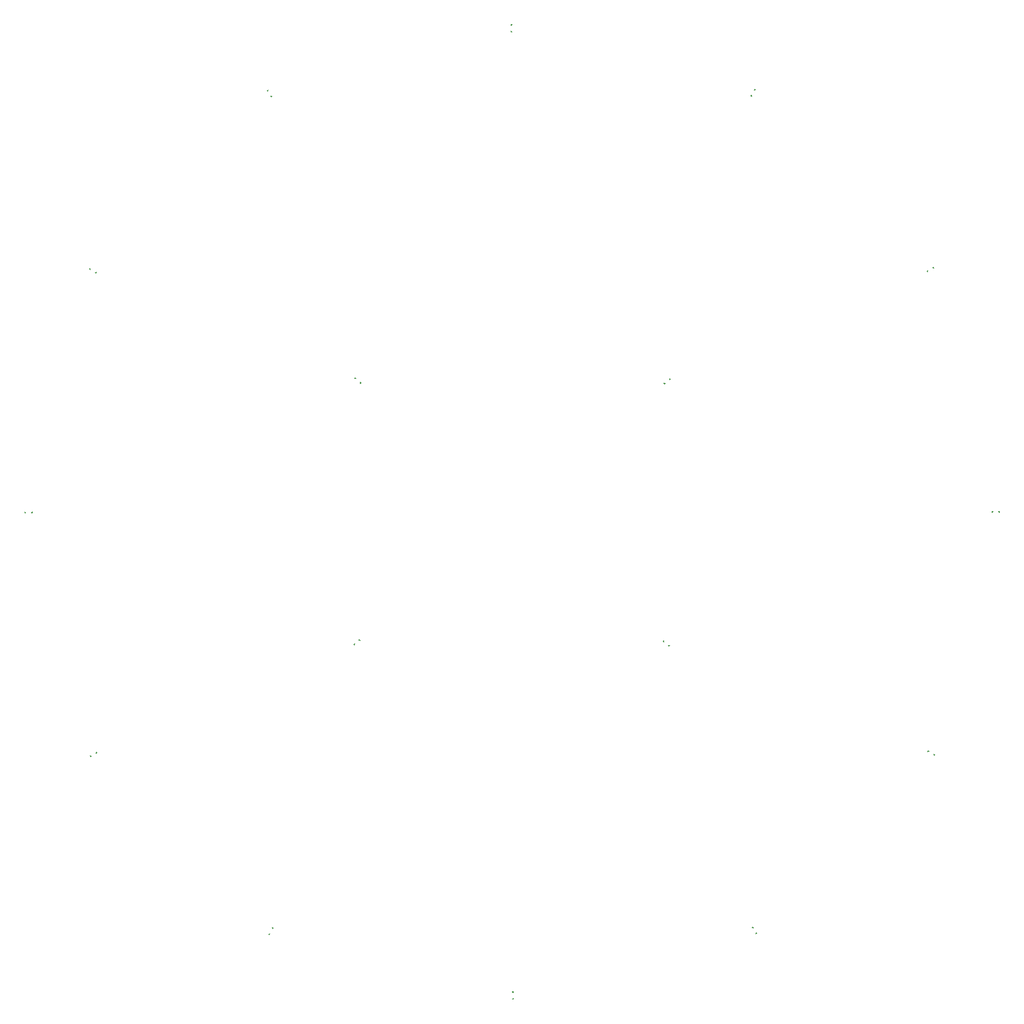
<source format=gbr>
%TF.GenerationSoftware,Altium Limited,Altium Designer,20.2.3 (150)*%
G04 Layer_Color=128*
%FSLAX45Y45*%
%MOMM*%
%TF.SameCoordinates,D065702F-5D7C-4ECE-B493-19553C93D9E3*%
%TF.FilePolarity,Positive*%
%TF.FileFunction,Paste,Bot*%
%TF.Part,Single*%
G01*
G75*
%TA.AperFunction,SMDPad,CuDef*%
%ADD38C,0.20000*%
G36*
X11004336Y20570499D02*
X10981334Y20547498D01*
X10971333Y20547499D01*
X10971334Y20580498D01*
X11004335Y20580498D01*
X11004336Y20570499D01*
D02*
G37*
G36*
X11004265Y20429472D02*
Y20419470D01*
X10971264Y20419475D01*
X10971266Y20452473D01*
X10981265D01*
X11004265Y20429472D01*
D02*
G37*
G36*
X15793898Y19294855D02*
X15788911Y19286186D01*
X15757504Y19277721D01*
X15748837Y19282707D01*
X15765294Y19311311D01*
X15793898Y19294855D01*
D02*
G37*
G36*
X6218602Y19290508D02*
X6210136Y19259105D01*
X6201467Y19254117D01*
X6185011Y19282722D01*
X6213615Y19299176D01*
X6218602Y19290508D01*
D02*
G37*
G36*
X15710062Y19195387D02*
X15718529Y19163982D01*
X15713542Y19155313D01*
X15684938Y19171771D01*
X15701395Y19200374D01*
X15710062Y19195387D01*
D02*
G37*
G36*
X6288867Y19168236D02*
X6293853Y19159567D01*
X6265249Y19143111D01*
X6248794Y19171716D01*
X6257461Y19176704D01*
X6288867Y19168236D01*
D02*
G37*
G36*
X19299065Y15786606D02*
X19290410Y15781593D01*
X19258981Y15789961D01*
X19253967Y15798616D01*
X19282520Y15815160D01*
X19299065Y15786606D01*
D02*
G37*
G36*
X2713934Y15789091D02*
X2722304Y15757658D01*
X2717290Y15749005D01*
X2688739Y15765552D01*
X2705280Y15794104D01*
X2713934Y15789091D01*
D02*
G37*
G36*
X19176727Y15742383D02*
X19168356Y15710953D01*
X19159703Y15705937D01*
X19143161Y15734492D01*
X19171713Y15751035D01*
X19176727Y15742383D01*
D02*
G37*
G36*
X2844576Y15713319D02*
X2828028Y15684766D01*
X2799478Y15701312D01*
X2804490Y15709962D01*
X2835923Y15718333D01*
X2844576Y15713319D01*
D02*
G37*
G36*
X7943925Y13623717D02*
X7937495Y13616055D01*
X7905093Y13613222D01*
X7897434Y13619649D01*
X7918645Y13644926D01*
X7943925Y13623717D01*
D02*
G37*
G36*
X14118594Y13608540D02*
X14093346Y13587292D01*
X14086908Y13594943D01*
X14089696Y13627351D01*
X14097346Y13633791D01*
X14118594Y13608540D01*
D02*
G37*
G36*
X8041955Y13541373D02*
X8020742Y13516093D01*
X8013082Y13522523D01*
X8010247Y13554926D01*
X8016676Y13562585D01*
X8041955Y13541373D01*
D02*
G37*
G36*
X14014162Y13533807D02*
X14020599Y13526157D01*
X13995354Y13504907D01*
X13974104Y13530157D01*
X13981755Y13536597D01*
X14014162Y13533807D01*
D02*
G37*
G36*
X20455563Y11015033D02*
X20455551Y11005032D01*
X20432516Y10982066D01*
X20422516Y10982081D01*
X20422565Y11015081D01*
X20455563Y11015033D01*
D02*
G37*
G36*
X20583588Y11014782D02*
X20583539Y10981782D01*
X20573540Y10981797D01*
X20550574Y11004830D01*
X20550589Y11014830D01*
X20583588Y11014782D01*
D02*
G37*
G36*
X1452507Y10981320D02*
X1452511Y10971320D01*
X1419511Y10971312D01*
X1419504Y11004311D01*
X1429502Y11004314D01*
X1452507Y10981320D01*
D02*
G37*
G36*
X1580535Y10971288D02*
X1547535Y10971280D01*
X1547533Y10981280D01*
X1570526Y11004285D01*
X1580527Y11004288D01*
X1580535Y10971288D01*
D02*
G37*
G36*
X8025926Y8477268D02*
X8018265Y8470842D01*
X7985861Y8473673D01*
X7979433Y8481337D01*
X8004712Y8502548D01*
X8025926Y8477268D01*
D02*
G37*
G36*
X13986919Y8477478D02*
X13989754Y8445074D01*
X13983327Y8437414D01*
X13958047Y8458628D01*
X13979257Y8483906D01*
X13986919Y8477478D01*
D02*
G37*
G36*
X7913028Y8412645D02*
X7910193Y8380242D01*
X7902532Y8373815D01*
X7881319Y8399093D01*
X7906599Y8420305D01*
X7913028Y8412645D01*
D02*
G37*
G36*
X14102570Y8380354D02*
X14081355Y8355072D01*
X14056076Y8376285D01*
X14062506Y8383946D01*
X14094910Y8386779D01*
X14102570Y8380354D01*
D02*
G37*
G36*
X19200523Y6298687D02*
X19195509Y6290036D01*
X19164078Y6281666D01*
X19155424Y6286679D01*
X19171970Y6315232D01*
X19200523Y6298687D01*
D02*
G37*
G36*
X2856840Y6265510D02*
X2828285Y6248965D01*
X2823272Y6257618D01*
X2831645Y6289050D01*
X2840295Y6294062D01*
X2856840Y6265510D01*
D02*
G37*
G36*
X19311264Y6234449D02*
X19294720Y6205895D01*
X19286067Y6210909D01*
X19277698Y6242340D01*
X19282710Y6250993D01*
X19311264Y6234449D01*
D02*
G37*
G36*
X2741020Y6210038D02*
X2746034Y6201385D01*
X2717480Y6184841D01*
X2700936Y6213394D01*
X2709591Y6218408D01*
X2741020Y6210038D01*
D02*
G37*
G36*
X15751205Y2828283D02*
X15742538Y2823296D01*
X15711131Y2831764D01*
X15706146Y2840431D01*
X15734750Y2856888D01*
X15751205Y2828283D01*
D02*
G37*
G36*
X6315064Y2828231D02*
X6298606Y2799625D01*
X6289938Y2804612D01*
X6281472Y2836018D01*
X6286459Y2844686D01*
X6315064Y2828231D01*
D02*
G37*
G36*
X15814989Y2717278D02*
X15786385Y2700824D01*
X15781398Y2709493D01*
X15789867Y2740897D01*
X15798534Y2745883D01*
X15814989Y2717278D01*
D02*
G37*
G36*
X6251162Y2717294D02*
X6234707Y2688689D01*
X6206103Y2705146D01*
X6211088Y2713814D01*
X6242494Y2722279D01*
X6251162Y2717294D01*
D02*
G37*
G36*
X11028736Y1580527D02*
X11028734Y1547526D01*
X11018734Y1547528D01*
X10995735Y1570528D01*
X10995734Y1580528D01*
X11028736Y1580527D01*
D02*
G37*
G36*
X11028667Y1452502D02*
X11028666Y1419501D01*
X10995665Y1419505D01*
X10995666Y1429504D01*
X11018667Y1452503D01*
X11028667Y1452502D01*
D02*
G37*
D38*
X1567602Y10983504D02*
D03*
X1431585Y10984382D02*
D03*
X14079301Y8372744D02*
D03*
X13975700Y8460877D02*
D03*
X14100835Y13609564D02*
D03*
X13996178Y13522685D02*
D03*
X7920700Y13627257D02*
D03*
X8024302Y13539125D02*
D03*
X7899080Y8398048D02*
D03*
X8003860Y8484773D02*
D03*
X20435480Y11002848D02*
D03*
X20571490Y11001731D02*
D03*
X2822961Y15701823D02*
D03*
X2705740Y15770804D02*
D03*
X2839527Y6269594D02*
D03*
X2721376Y6202202D02*
D03*
X6298027Y2823113D02*
D03*
X6229401Y2705679D02*
D03*
X11016518Y1567597D02*
D03*
X11015594Y1431580D02*
D03*
X15730611Y2839588D02*
D03*
X15797636Y2721229D02*
D03*
X19177036Y6298179D02*
D03*
X19294263Y6229198D02*
D03*
X19160475Y15730403D02*
D03*
X19278619Y15797794D02*
D03*
X15701974Y19176888D02*
D03*
X15770601Y19294324D02*
D03*
X10983483Y20432405D02*
D03*
X10984403Y20568417D02*
D03*
X6269391Y19160414D02*
D03*
X6202365Y19278767D02*
D03*
%TF.MD5,5fa3c08c3264216d775ebdf5717107e9*%
M02*

</source>
